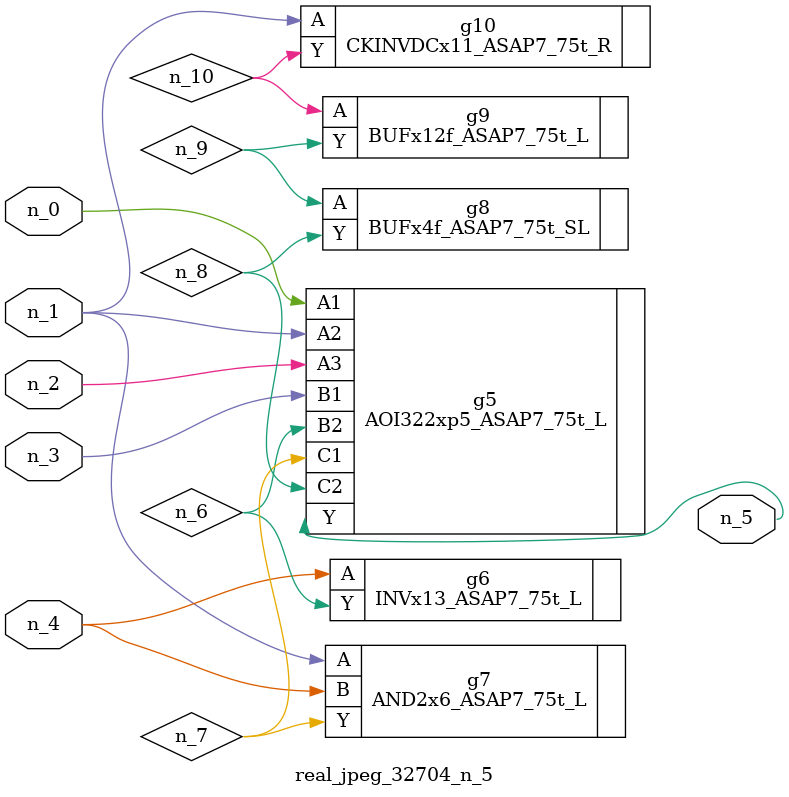
<source format=v>
module real_jpeg_32704_n_5 (n_4, n_0, n_1, n_2, n_3, n_5);

input n_4;
input n_0;
input n_1;
input n_2;
input n_3;

output n_5;

wire n_8;
wire n_6;
wire n_7;
wire n_10;
wire n_9;

AOI322xp5_ASAP7_75t_L g5 ( 
.A1(n_0),
.A2(n_1),
.A3(n_2),
.B1(n_3),
.B2(n_6),
.C1(n_7),
.C2(n_8),
.Y(n_5)
);

AND2x6_ASAP7_75t_L g7 ( 
.A(n_1),
.B(n_4),
.Y(n_7)
);

CKINVDCx11_ASAP7_75t_R g10 ( 
.A(n_1),
.Y(n_10)
);

INVx13_ASAP7_75t_L g6 ( 
.A(n_4),
.Y(n_6)
);

BUFx4f_ASAP7_75t_SL g8 ( 
.A(n_9),
.Y(n_8)
);

BUFx12f_ASAP7_75t_L g9 ( 
.A(n_10),
.Y(n_9)
);


endmodule
</source>
